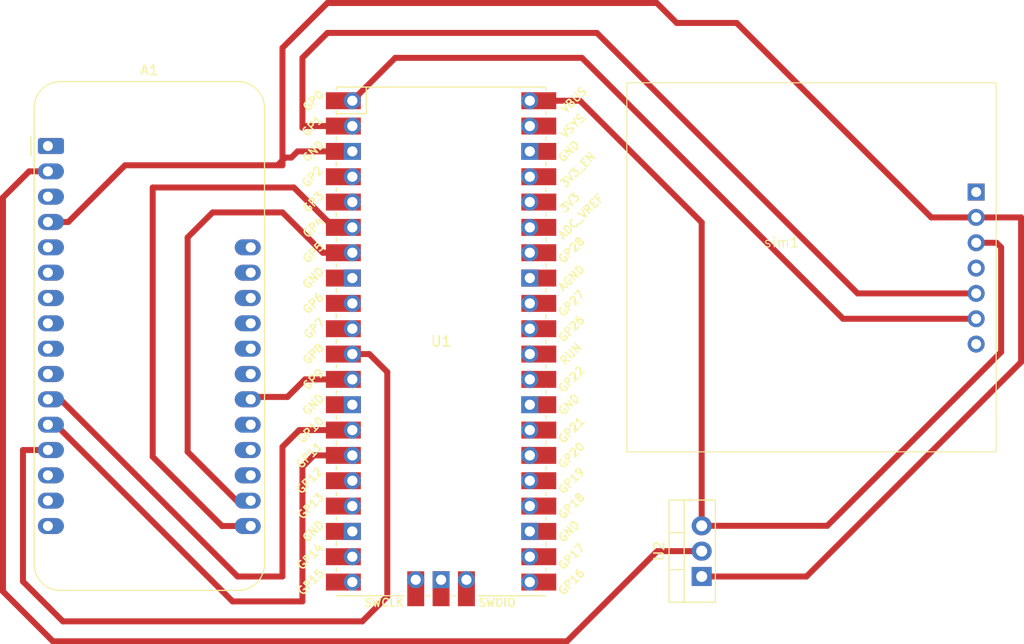
<source format=kicad_pcb>
(kicad_pcb (version 20240108) (generator "pcbnew") (generator_version "8.0")
  (layers (0 "F.Cu" signal) (31 "B.Cu" signal) (34 "B.Paste" user) (35 "F.Paste" user) (36 "B.SilkS" user "B.Silkscreen") (37 "F.SilkS" user "F.Silkscreen") (38 "B.Mask" user) (39 "F.Mask" user) (44 "Edge.Cuts" user))
  (net 0 "")
  (net 51 "Net-(A1-SCL)")
  (net 52 "Net-(A1-SDA)")
  (net 54 "Net-(A1-SCK)")
  (net 55 "Net-(A1-MISO)")
  (net 56 "Net-(A1-GND)")
  (net 57 "Net-(A1-3V3)")
  (net 58 "Net-(A1-MOSI)")
  (net 62 "Net-(U1-VBUS)")
  (net 63 "Net-(A1-D3)")
  (net 65 "Net-(U1-GPIO0)")
  (net 66 "Net-(U1-GPIO1)")
  (footprint "Module:Adafruit_Feather" (layer "F.Cu") (at 62.5 40.84)
    (property "Reference" "A1" (at 10.16 -7.62 0) (layer "F.SilkS"))
    (property "Value" "Adafruit_Feather_Generic")
    (fp_line (start -1.7 1) (end -1.7 -1) (stroke (width 0.12)) (layer "F.SilkS"))
    (fp_line (start -1.38 -3.81) (end -1.38 41.91) (stroke (width 0.12)) (layer "F.SilkS"))
    (fp_line (start 19.05 -6.46) (end 1.27 -6.46) (stroke (width 0.12)) (layer "F.SilkS"))
    (fp_line (start 19.05 44.56) (end 1.27 44.56) (stroke (width 0.12)) (layer "F.SilkS"))
    (fp_line (start 21.7 -3.81) (end 21.7 41.91) (stroke (width 0.12)) (layer "F.SilkS"))
    (fp_arc (start -1.38 -3.81) (mid -0.603833 -5.683833) (end 1.27 -6.46) (stroke (width 0.12)) (layer "F.SilkS"))
    (fp_arc (start 1.27 44.56) (mid -0.603833 43.783833) (end -1.38 41.91) (stroke (width 0.12)) (layer "F.SilkS"))
    (fp_arc (start 19.05 -6.46) (mid 20.923833 -5.683833) (end 21.7 -3.81) (stroke (width 0.12)) (layer "F.SilkS"))
    (fp_arc (start 21.7 41.91) (mid 20.923833 43.783833) (end 19.05 44.56) (stroke (width 0.12)) (layer "F.SilkS"))
    (pad "1" thru_hole roundrect (at 0 0) (size 2.6 1.6) (drill 1 (offset 0.3 0)) (layers "*.Cu" "*.Mask") (roundrect_rratio 0.15625))
    (pad "2" thru_hole oval (at 0 2.54) (size 2.6 1.6) (drill 1 (offset 0.3 0)) (layers "*.Cu" "*.Mask") (net 57 "Net-(A1-3V3)"))
    (pad "3" thru_hole oval (at 0 5.08) (size 2.6 1.6) (drill 1 (offset 0.3 0)) (layers "*.Cu" "*.Mask"))
    (pad "4" thru_hole oval (at 0 7.62) (size 2.6 1.6) (drill 1 (offset 0.3 0)) (layers "*.Cu" "*.Mask") (net 56 "Net-(A1-GND)"))
    (pad "5" thru_hole oval (at 0 10.16) (size 2.6 1.6) (drill 1 (offset 0.3 0)) (layers "*.Cu" "*.Mask"))
    (pad "6" thru_hole oval (at 0 12.7) (size 2.6 1.6) (drill 1 (offset 0.3 0)) (layers "*.Cu" "*.Mask"))
    (pad "7" thru_hole oval (at 0 15.24) (size 2.6 1.6) (drill 1 (offset 0.3 0)) (layers "*.Cu" "*.Mask"))
    (pad "8" thru_hole oval (at 0 17.78) (size 2.6 1.6) (drill 1 (offset 0.3 0)) (layers "*.Cu" "*.Mask"))
    (pad "9" thru_hole oval (at 0 20.32) (size 2.6 1.6) (drill 1 (offset 0.3 0)) (layers "*.Cu" "*.Mask"))
    (pad "10" thru_hole oval (at 0 22.86) (size 2.6 1.6) (drill 1 (offset 0.3 0)) (layers "*.Cu" "*.Mask"))
    (pad "11" thru_hole oval (at 0 25.4) (size 2.6 1.6) (drill 1 (offset 0.3 0)) (layers "*.Cu" "*.Mask") (net 54 "Net-(A1-SCK)"))
    (pad "12" thru_hole oval (at 0 27.94) (size 2.6 1.6) (drill 1 (offset 0.3 0)) (layers "*.Cu" "*.Mask") (net 58 "Net-(A1-MOSI)"))
    (pad "13" thru_hole oval (at 0 30.48) (size 2.6 1.6) (drill 1 (offset 0.3 0)) (layers "*.Cu" "*.Mask") (net 55 "Net-(A1-MISO)"))
    (pad "14" thru_hole oval (at 0 33.02) (size 2.6 1.6) (drill 1 (offset 0.3 0)) (layers "*.Cu" "*.Mask"))
    (pad "15" thru_hole oval (at 0 35.56) (size 2.6 1.6) (drill 1 (offset 0.3 0)) (layers "*.Cu" "*.Mask"))
    (pad "16" thru_hole oval (at 0 38.1) (size 2.6 1.6) (drill 1 (offset 0.3 0)) (layers "*.Cu" "*.Mask"))
    (pad "17" thru_hole oval (at 20.32 38.1 180) (size 2.6 1.6) (drill 1 (offset 0.3 0)) (layers "*.Cu" "*.Mask") (net 52 "Net-(A1-SDA)"))
    (pad "18" thru_hole oval (at 20.32 35.56 180) (size 2.6 1.6) (drill 1 (offset 0.3 0)) (layers "*.Cu" "*.Mask") (net 51 "Net-(A1-SCL)"))
    (pad "19" thru_hole oval (at 20.32 33.02 180) (size 2.6 1.6) (drill 1 (offset 0.3 0)) (layers "*.Cu" "*.Mask"))
    (pad "20" thru_hole oval (at 20.32 30.48 180) (size 2.6 1.6) (drill 1 (offset 0.3 0)) (layers "*.Cu" "*.Mask"))
    (pad "21" thru_hole oval (at 20.32 27.94 180) (size 2.6 1.6) (drill 1 (offset 0.3 0)) (layers "*.Cu" "*.Mask"))
    (pad "22" thru_hole oval (at 20.32 25.4 180) (size 2.6 1.6) (drill 1 (offset 0.3 0)) (layers "*.Cu" "*.Mask") (net 63 "Net-(A1-D3)"))
    (pad "23" thru_hole oval (at 20.32 22.86 180) (size 2.6 1.6) (drill 1 (offset 0.3 0)) (layers "*.Cu" "*.Mask"))
    (pad "24" thru_hole oval (at 20.32 20.32 180) (size 2.6 1.6) (drill 1 (offset 0.3 0)) (layers "*.Cu" "*.Mask"))
    (pad "25" thru_hole oval (at 20.32 17.78 180) (size 2.6 1.6) (drill 1 (offset 0.3 0)) (layers "*.Cu" "*.Mask"))
    (pad "26" thru_hole oval (at 20.32 15.24 180) (size 2.6 1.6) (drill 1 (offset 0.3 0)) (layers "*.Cu" "*.Mask"))
    (pad "27" thru_hole oval (at 20.32 12.7 180) (size 2.6 1.6) (drill 1 (offset 0.3 0)) (layers "*.Cu" "*.Mask"))
    (pad "28" thru_hole oval (at 20.32 10.16 180) (size 2.6 1.6) (drill 1 (offset 0.3 0)) (layers "*.Cu" "*.Mask"))
  )
  (footprint "Package_TO_SOT_THT:TO-220-3_Vertical" (layer "F.Cu") (at 128 84 90)
    (property "Reference" "U2" (at 2.54 -4.27 90) (layer "F.SilkS"))
    (property "Value" "LM1117T-3.3")
    (fp_line (start 7.66 -3.27) (end 7.66 1.371) (stroke (width 0.12)) (layer "F.SilkS"))
    (fp_line (start 4.391 -3.27) (end 4.391 -1.76) (stroke (width 0.12)) (layer "F.SilkS"))
    (fp_line (start 0.69 -3.27) (end 0.69 -1.76) (stroke (width 0.12)) (layer "F.SilkS"))
    (fp_line (start -2.58 -3.27) (end 7.66 -3.27) (stroke (width 0.12)) (layer "F.SilkS"))
    (fp_line (start -2.58 -3.27) (end -2.58 1.371) (stroke (width 0.12)) (layer "F.SilkS"))
    (fp_line (start -2.58 -1.76) (end 7.66 -1.76) (stroke (width 0.12)) (layer "F.SilkS"))
    (fp_line (start -2.58 1.371) (end 7.66 1.371) (stroke (width 0.12)) (layer "F.SilkS"))
    (pad "1" thru_hole rect (at 0 0 90) (size 1.905 2) (drill 1.1) (layers "*.Cu" "*.Mask") (net 56 "Net-(A1-GND)"))
    (pad "2" thru_hole oval (at 2.54 0 90) (size 1.905 2) (drill 1.1) (layers "*.Cu" "*.Mask") (net 57 "Net-(A1-3V3)"))
    (pad "3" thru_hole oval (at 5.08 0 90) (size 1.905 2) (drill 1.1) (layers "*.Cu" "*.Mask") (net 62 "Net-(U1-VBUS)"))
  )
  (footprint "RPi_Pico:RPi_Pico_SMD_TH" (layer "F.Cu") (at 101.89 60.43)
    (property "Reference" "U1" (at 0 0 0) (layer "F.SilkS"))
    (property "Value" "Pico")
    (fp_line (start -10.5 -25.5) (end -10.5 -25.2) (stroke (width 0.12)) (layer "F.SilkS"))
    (fp_line (start -10.5 -25.5) (end 10.5 -25.5) (stroke (width 0.12)) (layer "F.SilkS"))
    (fp_line (start -10.5 -23.1) (end -10.5 -22.7) (stroke (width 0.12)) (layer "F.SilkS"))
    (fp_line (start -10.5 -22.833) (end -7.493 -22.833) (stroke (width 0.12)) (layer "F.SilkS"))
    (fp_line (start -10.5 -20.5) (end -10.5 -20.1) (stroke (width 0.12)) (layer "F.SilkS"))
    (fp_line (start -10.5 -18) (end -10.5 -17.6) (stroke (width 0.12)) (layer "F.SilkS"))
    (fp_line (start -10.5 -15.4) (end -10.5 -15) (stroke (width 0.12)) (layer "F.SilkS"))
    (fp_line (start -10.5 -12.9) (end -10.5 -12.5) (stroke (width 0.12)) (layer "F.SilkS"))
    (fp_line (start -10.5 -10.4) (end -10.5 -10) (stroke (width 0.12)) (layer "F.SilkS"))
    (fp_line (start -10.5 -7.8) (end -10.5 -7.4) (stroke (width 0.12)) (layer "F.SilkS"))
    (fp_line (start -10.5 -5.3) (end -10.5 -4.9) (stroke (width 0.12)) (layer "F.SilkS"))
    (fp_line (start -10.5 -2.7) (end -10.5 -2.3) (stroke (width 0.12)) (layer "F.SilkS"))
    (fp_line (start -10.5 -0.2) (end -10.5 0.2) (stroke (width 0.12)) (layer "F.SilkS"))
    (fp_line (start -10.5 2.3) (end -10.5 2.7) (stroke (width 0.12)) (layer "F.SilkS"))
    (fp_line (start -10.5 4.9) (end -10.5 5.3) (stroke (width 0.12)) (layer "F.SilkS"))
    (fp_line (start -10.5 7.4) (end -10.5 7.8) (stroke (width 0.12)) (layer "F.SilkS"))
    (fp_line (start -10.5 10) (end -10.5 10.4) (stroke (width 0.12)) (layer "F.SilkS"))
    (fp_line (start -10.5 12.5) (end -10.5 12.9) (stroke (width 0.12)) (layer "F.SilkS"))
    (fp_line (start -10.5 15.1) (end -10.5 15.5) (stroke (width 0.12)) (layer "F.SilkS"))
    (fp_line (start -10.5 17.6) (end -10.5 18) (stroke (width 0.12)) (layer "F.SilkS"))
    (fp_line (start -10.5 20.1) (end -10.5 20.5) (stroke (width 0.12)) (layer "F.SilkS"))
    (fp_line (start -10.5 22.7) (end -10.5 23.1) (stroke (width 0.12)) (layer "F.SilkS"))
    (fp_line (start -7.493 -22.833) (end -7.493 -25.5) (stroke (width 0.12)) (layer "F.SilkS"))
    (fp_line (start -3.7 25.5) (end -10.5 25.5) (stroke (width 0.12)) (layer "F.SilkS"))
    (fp_line (start -1.5 25.5) (end -1.1 25.5) (stroke (width 0.12)) (layer "F.SilkS"))
    (fp_line (start 1.1 25.5) (end 1.5 25.5) (stroke (width 0.12)) (layer "F.SilkS"))
    (fp_line (start 10.5 -25.5) (end 10.5 -25.2) (stroke (width 0.12)) (layer "F.SilkS"))
    (fp_line (start 10.5 -23.1) (end 10.5 -22.7) (stroke (width 0.12)) (layer "F.SilkS"))
    (fp_line (start 10.5 -20.5) (end 10.5 -20.1) (stroke (width 0.12)) (layer "F.SilkS"))
    (fp_line (start 10.5 -18) (end 10.5 -17.6) (stroke (width 0.12)) (layer "F.SilkS"))
    (fp_line (start 10.5 -15.4) (end 10.5 -15) (stroke (width 0.12)) (layer "F.SilkS"))
    (fp_line (start 10.5 -12.9) (end 10.5 -12.5) (stroke (width 0.12)) (layer "F.SilkS"))
    (fp_line (start 10.5 -10.4) (end 10.5 -10) (stroke (width 0.12)) (layer "F.SilkS"))
    (fp_line (start 10.5 -7.8) (end 10.5 -7.4) (stroke (width 0.12)) (layer "F.SilkS"))
    (fp_line (start 10.5 -5.3) (end 10.5 -4.9) (stroke (width 0.12)) (layer "F.SilkS"))
    (fp_line (start 10.5 -2.7) (end 10.5 -2.3) (stroke (width 0.12)) (layer "F.SilkS"))
    (fp_line (start 10.5 -0.2) (end 10.5 0.2) (stroke (width 0.12)) (layer "F.SilkS"))
    (fp_line (start 10.5 2.3) (end 10.5 2.7) (stroke (width 0.12)) (layer "F.SilkS"))
    (fp_line (start 10.5 4.9) (end 10.5 5.3) (stroke (width 0.12)) (layer "F.SilkS"))
    (fp_line (start 10.5 7.4) (end 10.5 7.8) (stroke (width 0.12)) (layer "F.SilkS"))
    (fp_line (start 10.5 10) (end 10.5 10.4) (stroke (width 0.12)) (layer "F.SilkS"))
    (fp_line (start 10.5 12.5) (end 10.5 12.9) (stroke (width 0.12)) (layer "F.SilkS"))
    (fp_line (start 10.5 15.1) (end 10.5 15.5) (stroke (width 0.12)) (layer "F.SilkS"))
    (fp_line (start 10.5 17.6) (end 10.5 18) (stroke (width 0.12)) (layer "F.SilkS"))
    (fp_line (start 10.5 20.1) (end 10.5 20.5) (stroke (width 0.12)) (layer "F.SilkS"))
    (fp_line (start 10.5 22.7) (end 10.5 23.1) (stroke (width 0.12)) (layer "F.SilkS"))
    (fp_line (start 10.5 25.5) (end 3.7 25.5) (stroke (width 0.12)) (layer "F.SilkS"))
    (fp_text user "SWCLK" (at -5.7 26.2 0) (layer "F.SilkS") (effects (font (size 0.8 0.8))))
    (fp_text user "GP0" (at -12.8 -24.13 45) (layer "F.SilkS") (effects (font (size 0.8 0.8))))
    (fp_text user "GND" (at -12.8 -19.05 45) (layer "F.SilkS") (effects (font (size 0.8 0.8))))
    (fp_text user "GP26" (at 13.054 -1.27 45) (layer "F.SilkS") (effects (font (size 0.8 0.8))))
    (fp_text user "ADC_VREF" (at 14 -12.5 45) (layer "F.SilkS") (effects (font (size 0.8 0.8))))
    (fp_text user "RUN" (at 13 1.27 45) (layer "F.SilkS") (effects (font (size 0.8 0.8))))
    (fp_text user "GP28" (at 13.054 -9.144 45) (layer "F.SilkS") (effects (font (size 0.8 0.8))))
    (fp_text user "GND" (at -12.8 -6.35 45) (layer "F.SilkS") (effects (font (size 0.8 0.8))))
    (fp_text user "GND" (at 12.8 6.35 45) (layer "F.SilkS") (effects (font (size 0.8 0.8))))
    (fp_text user "GP22" (at 13.054 3.81 45) (layer "F.SilkS") (effects (font (size 0.8 0.8))))
    (fp_text user "GND" (at 12.8 -19.05 45) (layer "F.SilkS") (effects (font (size 0.8 0.8))))
    (fp_text user "GP20" (at 13.054 11.43 45) (layer "F.SilkS") (effects (font (size 0.8 0.8))))
    (fp_text user "GP27" (at 13.054 -3.8 45) (layer "F.SilkS") (effects (font (size 0.8 0.8))))
    (fp_text user "GP4" (at -12.8 -11.43 45) (layer "F.SilkS") (effects (font (size 0.8 0.8))))
    (fp_text user "VBUS" (at 13.3 -24.2 45) (layer "F.SilkS") (effects (font (size 0.8 0.8))))
    (fp_text user "GP3" (at -12.8 -13.97 45) (layer "F.SilkS") (effects (font (size 0.8 0.8))))
    (fp_text user "GP7" (at -12.7 -1.3 45) (layer "F.SilkS") (effects (font (size 0.8 0.8))))
    (fp_text user "GP16" (at 13.054 24.13 45) (layer "F.SilkS") (effects (font (size 0.8 0.8))))
    (fp_text user "GP19" (at 13.054 13.97 45) (layer "F.SilkS") (effects (font (size 0.8 0.8))))
    (fp_text user "VSYS" (at 13.2 -21.59 45) (layer "F.SilkS") (effects (font (size 0.8 0.8))))
    (fp_text user "GP1" (at -12.9 -21.6 45) (layer "F.SilkS") (effects (font (size 0.8 0.8))))
    (fp_text user "3V3" (at 12.9 -13.9 45) (layer "F.SilkS") (effects (font (size 0.8 0.8))))
    (fp_text user "GP14" (at -13.1 21.59 45) (layer "F.SilkS") (effects (font (size 0.8 0.8))))
    (fp_text user "AGND" (at 13.054 -6.35 45) (layer "F.SilkS") (effects (font (size 0.8 0.8))))
    (fp_text user "GP15" (at -13.054 24.13 45) (layer "F.SilkS") (effects (font (size 0.8 0.8))))
    (fp_text user "GP12" (at -13.2 13.97 45) (layer "F.SilkS") (effects (font (size 0.8 0.8))))
    (fp_text user "GP21" (at 13.054 8.9 45) (layer "F.SilkS") (effects (font (size 0.8 0.8))))
    (fp_text user "GP6" (at -12.8 -3.81 45) (layer "F.SilkS") (effects (font (size 0.8 0.8))))
    (fp_text user "GP9" (at -12.8 3.81 45) (layer "F.SilkS") (effects (font (size 0.8 0.8))))
    (fp_text user "GP2" (at -12.9 -16.51 45) (layer "F.SilkS") (effects (font (size 0.8 0.8))))
    (fp_text user "GP11" (at -13.2 11.43 45) (layer "F.SilkS") (effects (font (size 0.8 0.8))))
    (fp_text user "3V3_EN" (at 13.7 -17.2 45) (layer "F.SilkS") (effects (font (size 0.8 0.8))))
    (fp_text user "GP18" (at 13.054 16.51 45) (layer "F.SilkS") (effects (font (size 0.8 0.8))))
    (fp_text user "SWDIO" (at 5.6 26.2 0) (layer "F.SilkS") (effects (font (size 0.8 0.8))))
    (fp_text user "GND" (at -12.8 19.05 45) (layer "F.SilkS") (effects (font (size 0.8 0.8))))
    (fp_text user "GND" (at 12.8 19.05 45) (layer "F.SilkS") (effects (font (size 0.8 0.8))))
    (fp_text user "GP8" (at -12.8 1.27 45) (layer "F.SilkS") (effects (font (size 0.8 0.8))))
    (fp_text user "GP10" (at -13.054 8.89 45) (layer "F.SilkS") (effects (font (size 0.8 0.8))))
    (fp_text user "GP17" (at 13.054 21.59 45) (layer "F.SilkS") (effects (font (size 0.8 0.8))))
    (fp_text user "GP13" (at -13.054 16.51 45) (layer "F.SilkS") (effects (font (size 0.8 0.8))))
    (fp_text user "GP5" (at -12.8 -8.89 45) (layer "F.SilkS") (effects (font (size 0.8 0.8))))
    (fp_text user "GND" (at -12.8 6.35 45) (layer "F.SilkS") (effects (font (size 0.8 0.8))))
    (pad "" np_thru_hole oval (at -2.725 -24) (size 1.8 1.8) (drill 1.8) (layers "*.Cu" "*.Mask"))
    (pad "" np_thru_hole oval (at -2.425 -20.97) (size 1.5 1.5) (drill 1.5) (layers "*.Cu" "*.Mask"))
    (pad "" np_thru_hole oval (at 2.425 -20.97) (size 1.5 1.5) (drill 1.5) (layers "*.Cu" "*.Mask"))
    (pad "" np_thru_hole oval (at 2.725 -24) (size 1.8 1.8) (drill 1.8) (layers "*.Cu" "*.Mask"))
    (pad "1" thru_hole oval (at -8.89 -24.13) (size 1.7 1.7) (drill 1.02) (layers "*.Cu" "*.Mask") (net 65 "Net-(U1-GPIO0)"))
    (pad "1" smd rect (at -8.89 -24.13) (size 3.5 1.7) (drill (offset -0.9 0)) (layers "F.Cu" "F.Mask") (net 65 "Net-(U1-GPIO0)"))
    (pad "2" thru_hole oval (at -8.89 -21.59) (size 1.7 1.7) (drill 1.02) (layers "*.Cu" "*.Mask") (net 66 "Net-(U1-GPIO1)"))
    (pad "2" smd rect (at -8.89 -21.59) (size 3.5 1.7) (drill (offset -0.9 0)) (layers "F.Cu" "F.Mask") (net 66 "Net-(U1-GPIO1)"))
    (pad "3" thru_hole rect (at -8.89 -19.05) (size 1.7 1.7) (drill 1.02) (layers "*.Cu" "*.Mask") (net 56 "Net-(A1-GND)"))
    (pad "3" smd rect (at -8.89 -19.05) (size 3.5 1.7) (drill (offset -0.9 0)) (layers "F.Cu" "F.Mask") (net 56 "Net-(A1-GND)"))
    (pad "4" thru_hole oval (at -8.89 -16.51) (size 1.7 1.7) (drill 1.02) (layers "*.Cu" "*.Mask"))
    (pad "4" smd rect (at -8.89 -16.51) (size 3.5 1.7) (drill (offset -0.9 0)) (layers "F.Cu" "F.Mask"))
    (pad "5" thru_hole oval (at -8.89 -13.97) (size 1.7 1.7) (drill 1.02) (layers "*.Cu" "*.Mask"))
    (pad "5" smd rect (at -8.89 -13.97) (size 3.5 1.7) (drill (offset -0.9 0)) (layers "F.Cu" "F.Mask"))
    (pad "6" thru_hole oval (at -8.89 -11.43) (size 1.7 1.7) (drill 1.02) (layers "*.Cu" "*.Mask") (net 52 "Net-(A1-SDA)"))
    (pad "6" smd rect (at -8.89 -11.43) (size 3.5 1.7) (drill (offset -0.9 0)) (layers "F.Cu" "F.Mask") (net 52 "Net-(A1-SDA)"))
    (pad "7" thru_hole oval (at -8.89 -8.89) (size 1.7 1.7) (drill 1.02) (layers "*.Cu" "*.Mask") (net 51 "Net-(A1-SCL)"))
    (pad "7" smd rect (at -8.89 -8.89) (size 3.5 1.7) (drill (offset -0.9 0)) (layers "F.Cu" "F.Mask") (net 51 "Net-(A1-SCL)"))
    (pad "8" thru_hole rect (at -8.89 -6.35) (size 1.7 1.7) (drill 1.02) (layers "*.Cu" "*.Mask"))
    (pad "8" smd rect (at -8.89 -6.35) (size 3.5 1.7) (drill (offset -0.9 0)) (layers "F.Cu" "F.Mask"))
    (pad "9" thru_hole oval (at -8.89 -3.81) (size 1.7 1.7) (drill 1.02) (layers "*.Cu" "*.Mask"))
    (pad "9" smd rect (at -8.89 -3.81) (size 3.5 1.7) (drill (offset -0.9 0)) (layers "F.Cu" "F.Mask"))
    (pad "10" thru_hole oval (at -8.89 -1.27) (size 1.7 1.7) (drill 1.02) (layers "*.Cu" "*.Mask"))
    (pad "10" smd rect (at -8.89 -1.27) (size 3.5 1.7) (drill (offset -0.9 0)) (layers "F.Cu" "F.Mask"))
    (pad "11" thru_hole oval (at -8.89 1.27) (size 1.7 1.7) (drill 1.02) (layers "*.Cu" "*.Mask") (net 55 "Net-(A1-MISO)"))
    (pad "11" smd rect (at -8.89 1.27) (size 3.5 1.7) (drill (offset -0.9 0)) (layers "F.Cu" "F.Mask") (net 55 "Net-(A1-MISO)"))
    (pad "12" thru_hole oval (at -8.89 3.81) (size 1.7 1.7) (drill 1.02) (layers "*.Cu" "*.Mask") (net 63 "Net-(A1-D3)"))
    (pad "12" smd rect (at -8.89 3.81) (size 3.5 1.7) (drill (offset -0.9 0)) (layers "F.Cu" "F.Mask") (net 63 "Net-(A1-D3)"))
    (pad "13" thru_hole rect (at -8.89 6.35) (size 1.7 1.7) (drill 1.02) (layers "*.Cu" "*.Mask"))
    (pad "13" smd rect (at -8.89 6.35) (size 3.5 1.7) (drill (offset -0.9 0)) (layers "F.Cu" "F.Mask"))
    (pad "14" thru_hole oval (at -8.89 8.89) (size 1.7 1.7) (drill 1.02) (layers "*.Cu" "*.Mask") (net 54 "Net-(A1-SCK)"))
    (pad "14" smd rect (at -8.89 8.89) (size 3.5 1.7) (drill (offset -0.9 0)) (layers "F.Cu" "F.Mask") (net 54 "Net-(A1-SCK)"))
    (pad "15" thru_hole oval (at -8.89 11.43) (size 1.7 1.7) (drill 1.02) (layers "*.Cu" "*.Mask") (net 58 "Net-(A1-MOSI)"))
    (pad "15" smd rect (at -8.89 11.43) (size 3.5 1.7) (drill (offset -0.9 0)) (layers "F.Cu" "F.Mask") (net 58 "Net-(A1-MOSI)"))
    (pad "16" thru_hole oval (at -8.89 13.97) (size 1.7 1.7) (drill 1.02) (layers "*.Cu" "*.Mask"))
    (pad "16" smd rect (at -8.89 13.97) (size 3.5 1.7) (drill (offset -0.9 0)) (layers "F.Cu" "F.Mask"))
    (pad "17" thru_hole oval (at -8.89 16.51) (size 1.7 1.7) (drill 1.02) (layers "*.Cu" "*.Mask"))
    (pad "17" smd rect (at -8.89 16.51) (size 3.5 1.7) (drill (offset -0.9 0)) (layers "F.Cu" "F.Mask"))
    (pad "18" thru_hole rect (at -8.89 19.05) (size 1.7 1.7) (drill 1.02) (layers "*.Cu" "*.Mask"))
    (pad "18" smd rect (at -8.89 19.05) (size 3.5 1.7) (drill (offset -0.9 0)) (layers "F.Cu" "F.Mask"))
    (pad "19" thru_hole oval (at -8.89 21.59) (size 1.7 1.7) (drill 1.02) (layers "*.Cu" "*.Mask"))
    (pad "19" smd rect (at -8.89 21.59) (size 3.5 1.7) (drill (offset -0.9 0)) (layers "F.Cu" "F.Mask"))
    (pad "20" thru_hole oval (at -8.89 24.13) (size 1.7 1.7) (drill 1.02) (layers "*.Cu" "*.Mask"))
    (pad "20" smd rect (at -8.89 24.13) (size 3.5 1.7) (drill (offset -0.9 0)) (layers "F.Cu" "F.Mask"))
    (pad "21" thru_hole oval (at 8.89 24.13) (size 1.7 1.7) (drill 1.02) (layers "*.Cu" "*.Mask"))
    (pad "21" smd rect (at 8.89 24.13) (size 3.5 1.7) (drill (offset 0.9 0)) (layers "F.Cu" "F.Mask"))
    (pad "22" thru_hole oval (at 8.89 21.59) (size 1.7 1.7) (drill 1.02) (layers "*.Cu" "*.Mask"))
    (pad "22" smd rect (at 8.89 21.59) (size 3.5 1.7) (drill (offset 0.9 0)) (layers "F.Cu" "F.Mask"))
    (pad "23" thru_hole rect (at 8.89 19.05) (size 1.7 1.7) (drill 1.02) (layers "*.Cu" "*.Mask"))
    (pad "23" smd rect (at 8.89 19.05) (size 3.5 1.7) (drill (offset 0.9 0)) (layers "F.Cu" "F.Mask"))
    (pad "24" thru_hole oval (at 8.89 16.51) (size 1.7 1.7) (drill 1.02) (layers "*.Cu" "*.Mask"))
    (pad "24" smd rect (at 8.89 16.51) (size 3.5 1.7) (drill (offset 0.9 0)) (layers "F.Cu" "F.Mask"))
    (pad "25" thru_hole oval (at 8.89 13.97) (size 1.7 1.7) (drill 1.02) (layers "*.Cu" "*.Mask"))
    (pad "25" smd rect (at 8.89 13.97) (size 3.5 1.7) (drill (offset 0.9 0)) (layers "F.Cu" "F.Mask"))
    (pad "26" thru_hole oval (at 8.89 11.43) (size 1.7 1.7) (drill 1.02) (layers "*.Cu" "*.Mask"))
    (pad "26" smd rect (at 8.89 11.43) (size 3.5 1.7) (drill (offset 0.9 0)) (layers "F.Cu" "F.Mask"))
    (pad "27" thru_hole oval (at 8.89 8.89) (size 1.7 1.7) (drill 1.02) (layers "*.Cu" "*.Mask"))
    (pad "27" smd rect (at 8.89 8.89) (size 3.5 1.7) (drill (offset 0.9 0)) (layers "F.Cu" "F.Mask"))
    (pad "28" thru_hole rect (at 8.89 6.35) (size 1.7 1.7) (drill 1.02) (layers "*.Cu" "*.Mask"))
    (pad "28" smd rect (at 8.89 6.35) (size 3.5 1.7) (drill (offset 0.9 0)) (layers "F.Cu" "F.Mask"))
    (pad "29" thru_hole oval (at 8.89 3.81) (size 1.7 1.7) (drill 1.02) (layers "*.Cu" "*.Mask"))
    (pad "29" smd rect (at 8.89 3.81) (size 3.5 1.7) (drill (offset 0.9 0)) (layers "F.Cu" "F.Mask"))
    (pad "30" thru_hole oval (at 8.89 1.27) (size 1.7 1.7) (drill 1.02) (layers "*.Cu" "*.Mask"))
    (pad "30" smd rect (at 8.89 1.27) (size 3.5 1.7) (drill (offset 0.9 0)) (layers "F.Cu" "F.Mask"))
    (pad "31" thru_hole oval (at 8.89 -1.27) (size 1.7 1.7) (drill 1.02) (layers "*.Cu" "*.Mask"))
    (pad "31" smd rect (at 8.89 -1.27) (size 3.5 1.7) (drill (offset 0.9 0)) (layers "F.Cu" "F.Mask"))
    (pad "32" thru_hole oval (at 8.89 -3.81) (size 1.7 1.7) (drill 1.02) (layers "*.Cu" "*.Mask"))
    (pad "32" smd rect (at 8.89 -3.81) (size 3.5 1.7) (drill (offset 0.9 0)) (layers "F.Cu" "F.Mask"))
    (pad "33" thru_hole rect (at 8.89 -6.35) (size 1.7 1.7) (drill 1.02) (layers "*.Cu" "*.Mask"))
    (pad "33" smd rect (at 8.89 -6.35) (size 3.5 1.7) (drill (offset 0.9 0)) (layers "F.Cu" "F.Mask"))
    (pad "34" thru_hole oval (at 8.89 -8.89) (size 1.7 1.7) (drill 1.02) (layers "*.Cu" "*.Mask"))
    (pad "34" smd rect (at 8.89 -8.89) (size 3.5 1.7) (drill (offset 0.9 0)) (layers "F.Cu" "F.Mask"))
    (pad "35" thru_hole oval (at 8.89 -11.43) (size 1.7 1.7) (drill 1.02) (layers "*.Cu" "*.Mask"))
    (pad "35" smd rect (at 8.89 -11.43) (size 3.5 1.7) (drill (offset 0.9 0)) (layers "F.Cu" "F.Mask"))
    (pad "36" thru_hole oval (at 8.89 -13.97) (size 1.7 1.7) (drill 1.02) (layers "*.Cu" "*.Mask"))
    (pad "36" smd rect (at 8.89 -13.97) (size 3.5 1.7) (drill (offset 0.9 0)) (layers "F.Cu" "F.Mask"))
    (pad "37" thru_hole oval (at 8.89 -16.51) (size 1.7 1.7) (drill 1.02) (layers "*.Cu" "*.Mask"))
    (pad "37" smd rect (at 8.89 -16.51) (size 3.5 1.7) (drill (offset 0.9 0)) (layers "F.Cu" "F.Mask"))
    (pad "38" thru_hole rect (at 8.89 -19.05) (size 1.7 1.7) (drill 1.02) (layers "*.Cu" "*.Mask"))
    (pad "38" smd rect (at 8.89 -19.05) (size 3.5 1.7) (drill (offset 0.9 0)) (layers "F.Cu" "F.Mask"))
    (pad "39" thru_hole oval (at 8.89 -21.59) (size 1.7 1.7) (drill 1.02) (layers "*.Cu" "*.Mask"))
    (pad "39" smd rect (at 8.89 -21.59) (size 3.5 1.7) (drill (offset 0.9 0)) (layers "F.Cu" "F.Mask"))
    (pad "40" thru_hole oval (at 8.89 -24.13) (size 1.7 1.7) (drill 1.02) (layers "*.Cu" "*.Mask") (net 62 "Net-(U1-VBUS)"))
    (pad "40" smd rect (at 8.89 -24.13) (size 3.5 1.7) (drill (offset 0.9 0)) (layers "F.Cu" "F.Mask") (net 62 "Net-(U1-VBUS)"))
    (pad "41" thru_hole oval (at -2.54 23.9) (size 1.7 1.7) (drill 1.02) (layers "*.Cu" "*.Mask"))
    (pad "41" smd rect (at -2.54 23.9 90) (size 3.5 1.7) (drill (offset -0.9 0)) (layers "F.Cu" "F.Mask"))
    (pad "42" thru_hole rect (at 0 23.9) (size 1.7 1.7) (drill 1.02) (layers "*.Cu" "*.Mask"))
    (pad "42" smd rect (at 0 23.9 90) (size 3.5 1.7) (drill (offset -0.9 0)) (layers "F.Cu" "F.Mask"))
    (pad "43" thru_hole oval (at 2.54 23.9) (size 1.7 1.7) (drill 1.02) (layers "*.Cu" "*.Mask"))
    (pad "43" smd rect (at 2.54 23.9 90) (size 3.5 1.7) (drill (offset -0.9 0)) (layers "F.Cu" "F.Mask"))
  )
  (footprint "sim7670:sim7670_module" (layer "F.Cu") (at 136 51)
    (property "Reference" "sim1" (at 0 -0.5 0) (layer "F.SilkS") (effects (font (thickness 0.1))))
    (property "Value" "~")
    (fp_rect (start -15.5 -16.5) (end 21.5 20.5) (stroke (width 0.1)) (fill none) (layer "F.SilkS"))
    (pad "1" thru_hole rect (at 19.5 -5.54) (size 1.7 1.7) (drill 1) (layers "*.Cu" "*.Mask"))
    (pad "2" thru_hole oval (at 19.5 -3) (size 1.7 1.7) (drill 1) (layers "*.Cu" "*.Mask") (net 56 "Net-(A1-GND)"))
    (pad "3" thru_hole oval (at 19.5 -0.46) (size 1.7 1.7) (drill 1) (layers "*.Cu" "*.Mask") (net 62 "Net-(U1-VBUS)"))
    (pad "4" thru_hole oval (at 19.5 2.08) (size 1.7 1.7) (drill 1) (layers "*.Cu" "*.Mask"))
    (pad "5" thru_hole oval (at 19.5 4.62) (size 1.7 1.7) (drill 1) (layers "*.Cu" "*.Mask") (net 66 "Net-(U1-GPIO1)"))
    (pad "6" thru_hole oval (at 19.5 7.16) (size 1.7 1.7) (drill 1) (layers "*.Cu" "*.Mask") (net 65 "Net-(U1-GPIO0)"))
    (pad "7" thru_hole oval (at 19.5 9.7) (size 1.7 1.7) (drill 1) (layers "*.Cu" "*.Mask"))
  )
  (segment (start 81.4 76.4) (end 82.82 76.4) (width 0.6) (layer "F.Cu") (net 51))
  (segment (start 93 51.54) (end 90.04 51.54) (width 0.6) (layer "F.Cu") (net 51))
  (segment (start 76.5 50) (end 76.5 71.5) (width 0.6) (layer "F.Cu") (net 51))
  (segment (start 79 47.5) (end 76.5 50) (width 0.6) (layer "F.Cu") (net 51))
  (segment (start 86 47.5) (end 79 47.5) (width 0.6) (layer "F.Cu") (net 51))
  (segment (start 76.5 71.5) (end 81.4 76.4) (width 0.6) (layer "F.Cu") (net 51))
  (segment (start 90.04 51.54) (end 86 47.5) (width 0.6) (layer "F.Cu") (net 51))
  (segment (start 93 49) (end 91.14 49) (width 0.6) (layer "F.Cu") (net 52))
  (segment (start 91.14 49) (end 87.14 45) (width 0.6) (layer "F.Cu") (net 52))
  (segment (start 87.14 45) (end 73 45) (width 0.6) (layer "F.Cu") (net 52))
  (segment (start 73 72) (end 79.94 78.94) (width 0.6) (layer "F.Cu") (net 52))
  (segment (start 73 45) (end 73 72) (width 0.6) (layer "F.Cu") (net 52))
  (segment (start 79.94 78.94) (end 82.82 78.94) (width 0.6) (layer "F.Cu") (net 52))
  (segment (start 62.5 66.24) (end 63.74 66.24) (width 0.6) (layer "F.Cu") (net 54))
  (segment (start 86 71) (end 87.68 69.32) (width 0.6) (layer "F.Cu") (net 54))
  (segment (start 63.74 66.24) (end 81.5 84) (width 0.6) (layer "F.Cu") (net 54))
  (segment (start 86 84) (end 86 71) (width 0.6) (layer "F.Cu") (net 54))
  (segment (start 87.68 69.32) (end 93 69.32) (width 0.6) (layer "F.Cu") (net 54))
  (segment (start 81.5 84) (end 86 84) (width 0.6) (layer "F.Cu") (net 54))
  (segment (start 94.7 61.7) (end 96.5 63.5) (width 0.6) (layer "F.Cu") (net 55))
  (segment (start 94 88.5) (end 64 88.5) (width 0.6) (layer "F.Cu") (net 55))
  (segment (start 60 71.32) (end 62.5 71.32) (width 0.6) (layer "F.Cu") (net 55))
  (segment (start 96.5 63.5) (end 96.5 86) (width 0.6) (layer "F.Cu") (net 55))
  (segment (start 93 61.7) (end 94.7 61.7) (width 0.6) (layer "F.Cu") (net 55))
  (segment (start 96.5 86) (end 94 88.5) (width 0.6) (layer "F.Cu") (net 55))
  (segment (start 64 88.5) (end 60 84.5) (width 0.6) (layer "F.Cu") (net 55))
  (segment (start 60 84.5) (end 60 71.32) (width 0.6) (layer "F.Cu") (net 55))
  (segment (start 138.5 84) (end 128 84) (width 0.6) (layer "F.Cu") (net 56))
  (segment (start 90.5 26.5) (end 123.5 26.5) (width 0.6) (layer "F.Cu") (net 56))
  (segment (start 151 48) (end 155.5 48) (width 0.6) (layer "F.Cu") (net 56))
  (segment (start 85.5 42.77) (end 86 42.77) (width 0.6) (layer "F.Cu") (net 56))
  (segment (start 155.5 48) (end 160 48) (width 0.6) (layer "F.Cu") (net 56))
  (segment (start 131.5 28.5) (end 151 48) (width 0.6) (layer "F.Cu") (net 56))
  (segment (start 86.27 42) (end 86.89 42) (width 0.6) (layer "F.Cu") (net 56))
  (segment (start 87.51 41.38) (end 93 41.38) (width 0.6) (layer "F.Cu") (net 56))
  (segment (start 86.89 42) (end 87.51 41.38) (width 0.6) (layer "F.Cu") (net 56))
  (segment (start 160 62.5) (end 138.5 84) (width 0.6) (layer "F.Cu") (net 56))
  (segment (start 85.5 42.77) (end 86.27 42) (width 0.6) (layer "F.Cu") (net 56))
  (segment (start 123.5 26.5) (end 125.5 28.5) (width 0.6) (layer "F.Cu") (net 56))
  (segment (start 86 42.77) (end 86 31) (width 0.6) (layer "F.Cu") (net 56))
  (segment (start 125.5 28.5) (end 131.5 28.5) (width 0.6) (layer "F.Cu") (net 56))
  (segment (start 86 31) (end 90.5 26.5) (width 0.6) (layer "F.Cu") (net 56))
  (segment (start 62.5 48.46) (end 64.54 48.46) (width 0.6) (layer "F.Cu") (net 56))
  (segment (start 70.23 42.77) (end 85.5 42.77) (width 0.6) (layer "F.Cu") (net 56))
  (segment (start 160 48) (end 160 62.5) (width 0.6) (layer "F.Cu") (net 56))
  (segment (start 64.54 48.46) (end 70.23 42.77) (width 0.6) (layer "F.Cu") (net 56))
  (segment (start 60.62 43.38) (end 58 46) (width 0.6) (layer "F.Cu") (net 57))
  (segment (start 63 90.5) (end 114.5 90.5) (width 0.6) (layer "F.Cu") (net 57))
  (segment (start 123.54 81.46) (end 128 81.46) (width 0.6) (layer "F.Cu") (net 57))
  (segment (start 58 46) (end 58 85.5) (width 0.6) (layer "F.Cu") (net 57))
  (segment (start 114.5 90.5) (end 123.54 81.46) (width 0.6) (layer "F.Cu") (net 57))
  (segment (start 62.5 43.38) (end 60.62 43.38) (width 0.6) (layer "F.Cu") (net 57))
  (segment (start 58 85.5) (end 63 90.5) (width 0.6) (layer "F.Cu") (net 57))
  (segment (start 81 86.5) (end 63.28 68.78) (width 0.6) (layer "F.Cu") (net 58))
  (segment (start 63.28 68.78) (end 62.5 68.78) (width 0.6) (layer "F.Cu") (net 58))
  (segment (start 88 73) (end 88 86.5) (width 0.6) (layer "F.Cu") (net 58))
  (segment (start 93 71.86) (end 89.14 71.86) (width 0.6) (layer "F.Cu") (net 58))
  (segment (start 88 86.5) (end 81 86.5) (width 0.6) (layer "F.Cu") (net 58))
  (segment (start 89.14 71.86) (end 88 73) (width 0.6) (layer "F.Cu") (net 58))
  (segment (start 128 78.92) (end 128 48.5) (width 0.6) (layer "F.Cu") (net 62))
  (segment (start 140.58 78.92) (end 128 78.92) (width 0.6) (layer "F.Cu") (net 62))
  (segment (start 158 51) (end 158 61.5) (width 0.6) (layer "F.Cu") (net 62))
  (segment (start 157.54 50.54) (end 158 51) (width 0.6) (layer "F.Cu") (net 62))
  (segment (start 128 48.5) (end 115.8 36.3) (width 0.6) (layer "F.Cu") (net 62))
  (segment (start 158 61.5) (end 140.58 78.92) (width 0.6) (layer "F.Cu") (net 62))
  (segment (start 155.5 50.54) (end 157.54 50.54) (width 0.6) (layer "F.Cu") (net 62))
  (segment (start 115.8 36.3) (end 110.78 36.3) (width 0.6) (layer "F.Cu") (net 62))
  (segment (start 83.06 66) (end 82.82 66.24) (width 0.6) (layer "F.Cu") (net 63))
  (segment (start 86.5 66) (end 83.06 66) (width 0.6) (layer "F.Cu") (net 63))
  (segment (start 88.26 64.24) (end 86.5 66) (width 0.6) (layer "F.Cu") (net 63))
  (segment (start 93 64.24) (end 88.26 64.24) (width 0.6) (layer "F.Cu") (net 63))
  (segment (start 116 32) (end 97.3 32) (width 0.6) (layer "F.Cu") (net 65))
  (segment (start 97.3 32) (end 93 36.3) (width 0.6) (layer "F.Cu") (net 65))
  (segment (start 155.5 58.16) (end 142.16 58.16) (width 0.6) (layer "F.Cu") (net 65))
  (segment (start 142.16 58.16) (end 116 32) (width 0.6) (layer "F.Cu") (net 65))
  (segment (start 88 32) (end 88 39) (width 0.6) (layer "F.Cu") (net 66))
  (segment (start 117.5 29.5) (end 90.5 29.5) (width 0.6) (layer "F.Cu") (net 66))
  (segment (start 155.5 55.62) (end 143.62 55.62) (width 0.6) (layer "F.Cu") (net 66))
  (segment (start 143.62 55.62) (end 117.5 29.5) (width 0.6) (layer "F.Cu") (net 66))
  (segment (start 90.5 29.5) (end 88 32) (width 0.6) (layer "F.Cu") (net 66))
  (segment (start 88 39) (end 88.16 38.84) (width 0.6) (layer "F.Cu") (net 66))
  (segment (start 88.16 38.84) (end 93 38.84) (width 0.6) (layer "F.Cu") (net 66))
)
</source>
